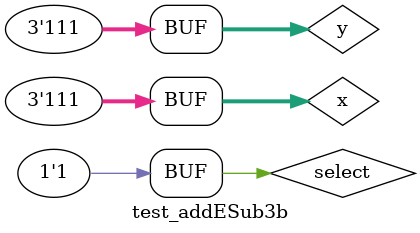
<source format=v>
module addESub3b (output [2:0] s, output carryOut, input [2:0] a, input [2:0] b, input carryIn);
       wire carryOut1, carryOut2;
       wire [2:0] s1;
       wire [2:0] s2;
       comple23b C231(s1, b); // complemento de 2 de b em s1
       mux2IN3b M1(s2, b, s1,carryIn); // selecao por carryIn dos 3 bits que irao para s2. Se sera' b ou seu complemento de 2, s1.
       fullAdder1b FA1(s[0],carryOut1,a[0],s2[0],0);
       fullAdder1b FA2(s[1],carryOut2,a[1],s2[1],carryOut1);
       fullAdder1b FA3(s[2],carryOut,a[2],s2[2],carryOut2);
endmodule // addESub3b
// -------------------------
// full adder 1 bit
// -------------------------
module fullAdder1b (output s, output carryOut, input a, input b, input carryIn);
       wire s1, s2, s3, s4;
       xor X1(s1, a, b);
       xor X2(s, s1, carryIn);
       and A1(s2, a, b);
       and A2(s3, a, carryIn);
       and A3(s4, carryIn, b);
       or O1(carryOut, s2, s3, s4);
endmodule // fullAdder1b
// -------------------------
// mux para selecao de 2 entradas de 3 bits para saida de 3 bits
// -------------------------
module mux2IN3b (output [2:0] s, input [2:0] a, input [2:0] b, input selecao);
       wire selecaoN;
       wire [2:0] s1;
       wire [2:0] s2;
       not N1 ( selecaoN, selecao);
       and A4 ( s1[0], a[0], selecaoN);
       and A5 ( s1[1], a[1], selecaoN);
       and A6 ( s1[2], a[2], selecaoN);
       and A7 ( s2[0], b[0], selecao);
       and A8 ( s2[1], b[1], selecao);
       and A9 ( s2[2], b[2], selecao);
       or O2 ( s[0], s2[0], s1[0]);
       or O3 ( s[1], s2[1], s1[1]);
       or O4 ( s[2], s2[2], s1[2]);
endmodule // mux2IN3b
// -------------------------
// complemento de 2 para 3 bits
// -------------------------
module comple23b (output [2:0] s, input [2:0] a);
       wire [2:0] s1;
       comple13b CP11(s1, a);
       add13b ADD11(s, s1);
endmodule // comple23b
// -------------------------
// complemento de 1 - 3 bits
// -------------------------
module comple13b (output [2:0] s, input [2:0] a);
       not N2(s[0], a[0]);
       not N3(s[1], a[1]);
       not N4(s[2], a[2]);
endmodule // comple13b
// -------------------------
// Adiciona 1 em um numero de 3 bits
// -------------------------
module add13b (output [2:0] s, input [2:0] a);
       wire s1;
       not N5(s[0], a[0]);
       xor X3(s[1], a[1], a[0]);
       and A10(s1, a[1], a[0]);
       xor X4(s[2], a[2], s1);
endmodule // add13b
// Testes
module test_addESub3b;
       // ------------------------- definir dados
       reg [2:0] x;
       reg [2:0] y;
       reg select;
       wire carryOUT;
       wire [2:0] result;
       addESub3b AES31(result, carryOUT, x, y, select);
       // ------------------------- parte principal
       initial begin
               $display("Exemplo0026Extra - Willian Antonio dos Santos - 462020");
               $display("Test ALU's - Somador e Subtrator selecionavel");
               $display("CarryOUT nao tem valor na representacao, ja que estaria acima do sinal\n( Embora faca parte do somador completo ).\n");
               $display("O bit de selecao em 0 e' soma, em 1 e' subtracao.\n");
               x = 0; y = 0; select = 0;
               $monitor("Valor1: %3b | Valor2: %3b | soma ou sub? : %b | = %3b | CarryOut: %b", x, y, select, result, carryOUT);
               repeat (7) begin
                      #1 y = y + 1;
               end
               #1 $display("------------------------------------------------------------------");
               repeat (7) begin
                      #1 x = x + 1;y = y + 1;
                      repeat (7) begin
                             #1 y = y + 1;
                      end
                      #1 $display("------------------------------------------------------------------");
               end
               #1 x = 0; y = 0; select = 1;
               repeat (7) begin
                      #1 y = y + 1;
               end
               #1 $display("------------------------------------------------------------------");
               repeat (7) begin
                      #1 x = x + 1;y = y + 1;
                      repeat (7) begin
                             #1 y = y + 1;
                      end
                      #1 $display("------------------------------------------------------------------");
               end
       end
endmodule // test_addESub3b
</source>
